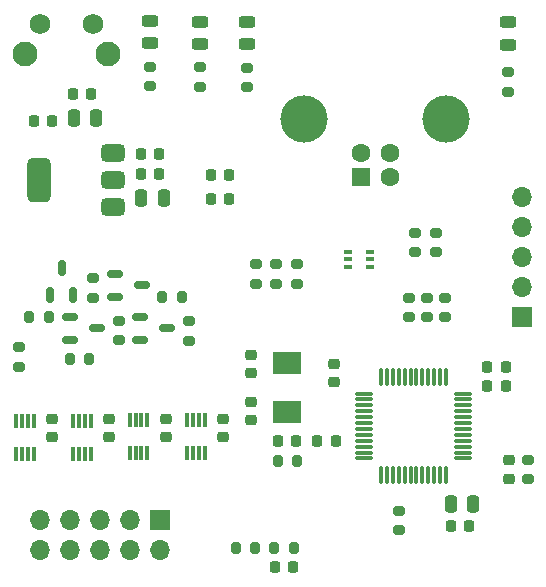
<source format=gbr>
%TF.GenerationSoftware,KiCad,Pcbnew,9.0.4-1.fc42*%
%TF.CreationDate,2025-09-30T21:00:36+03:00*%
%TF.ProjectId,bmp_x6,626d705f-7836-42e6-9b69-6361645f7063,rev?*%
%TF.SameCoordinates,Original*%
%TF.FileFunction,Soldermask,Top*%
%TF.FilePolarity,Negative*%
%FSLAX46Y46*%
G04 Gerber Fmt 4.6, Leading zero omitted, Abs format (unit mm)*
G04 Created by KiCad (PCBNEW 9.0.4-1.fc42) date 2025-09-30 21:00:36*
%MOMM*%
%LPD*%
G01*
G04 APERTURE LIST*
G04 Aperture macros list*
%AMRoundRect*
0 Rectangle with rounded corners*
0 $1 Rounding radius*
0 $2 $3 $4 $5 $6 $7 $8 $9 X,Y pos of 4 corners*
0 Add a 4 corners polygon primitive as box body*
4,1,4,$2,$3,$4,$5,$6,$7,$8,$9,$2,$3,0*
0 Add four circle primitives for the rounded corners*
1,1,$1+$1,$2,$3*
1,1,$1+$1,$4,$5*
1,1,$1+$1,$6,$7*
1,1,$1+$1,$8,$9*
0 Add four rect primitives between the rounded corners*
20,1,$1+$1,$2,$3,$4,$5,0*
20,1,$1+$1,$4,$5,$6,$7,0*
20,1,$1+$1,$6,$7,$8,$9,0*
20,1,$1+$1,$8,$9,$2,$3,0*%
G04 Aperture macros list end*
%ADD10RoundRect,0.225000X-0.225000X-0.250000X0.225000X-0.250000X0.225000X0.250000X-0.225000X0.250000X0*%
%ADD11RoundRect,0.225000X0.225000X0.250000X-0.225000X0.250000X-0.225000X-0.250000X0.225000X-0.250000X0*%
%ADD12RoundRect,0.200000X-0.275000X0.200000X-0.275000X-0.200000X0.275000X-0.200000X0.275000X0.200000X0*%
%ADD13RoundRect,0.200000X0.275000X-0.200000X0.275000X0.200000X-0.275000X0.200000X-0.275000X-0.200000X0*%
%ADD14RoundRect,0.087500X-0.087500X0.537500X-0.087500X-0.537500X0.087500X-0.537500X0.087500X0.537500X0*%
%ADD15R,1.600000X1.600000*%
%ADD16C,1.600000*%
%ADD17C,4.000000*%
%ADD18RoundRect,0.250000X-0.250000X-0.475000X0.250000X-0.475000X0.250000X0.475000X-0.250000X0.475000X0*%
%ADD19RoundRect,0.225000X0.250000X-0.225000X0.250000X0.225000X-0.250000X0.225000X-0.250000X-0.225000X0*%
%ADD20RoundRect,0.243750X-0.456250X0.243750X-0.456250X-0.243750X0.456250X-0.243750X0.456250X0.243750X0*%
%ADD21R,1.700000X1.700000*%
%ADD22O,1.700000X1.700000*%
%ADD23RoundRect,0.218750X0.218750X0.256250X-0.218750X0.256250X-0.218750X-0.256250X0.218750X-0.256250X0*%
%ADD24RoundRect,0.225000X-0.250000X0.225000X-0.250000X-0.225000X0.250000X-0.225000X0.250000X0.225000X0*%
%ADD25RoundRect,0.150000X-0.512500X-0.150000X0.512500X-0.150000X0.512500X0.150000X-0.512500X0.150000X0*%
%ADD26RoundRect,0.200000X-0.200000X-0.275000X0.200000X-0.275000X0.200000X0.275000X-0.200000X0.275000X0*%
%ADD27RoundRect,0.375000X0.625000X0.375000X-0.625000X0.375000X-0.625000X-0.375000X0.625000X-0.375000X0*%
%ADD28RoundRect,0.500000X0.500000X1.400000X-0.500000X1.400000X-0.500000X-1.400000X0.500000X-1.400000X0*%
%ADD29RoundRect,0.100000X0.225000X0.100000X-0.225000X0.100000X-0.225000X-0.100000X0.225000X-0.100000X0*%
%ADD30RoundRect,0.200000X0.200000X0.275000X-0.200000X0.275000X-0.200000X-0.275000X0.200000X-0.275000X0*%
%ADD31RoundRect,0.075000X-0.662500X-0.075000X0.662500X-0.075000X0.662500X0.075000X-0.662500X0.075000X0*%
%ADD32RoundRect,0.075000X-0.075000X-0.662500X0.075000X-0.662500X0.075000X0.662500X-0.075000X0.662500X0*%
%ADD33C,2.100000*%
%ADD34C,1.750000*%
%ADD35R,2.400000X1.900000*%
%ADD36RoundRect,0.150000X0.150000X-0.512500X0.150000X0.512500X-0.150000X0.512500X-0.150000X-0.512500X0*%
G04 APERTURE END LIST*
D10*
%TO.C,C10*%
X68213800Y-51830200D03*
X69763800Y-51830200D03*
%TD*%
D11*
%TO.C,C8*%
X31359000Y-29402000D03*
X29809000Y-29402000D03*
%TD*%
D12*
%TO.C,R12*%
X52072400Y-41556400D03*
X52072400Y-43206400D03*
%TD*%
%TO.C,R4*%
X63883400Y-38877200D03*
X63883400Y-40527200D03*
%TD*%
D13*
%TO.C,R15*%
X39651800Y-26494500D03*
X39651800Y-24844500D03*
%TD*%
D10*
%TO.C,C15*%
X50510000Y-56554600D03*
X52060000Y-56554600D03*
%TD*%
D14*
%TO.C,U6*%
X29814000Y-54796000D03*
X29314000Y-54796000D03*
X28814000Y-54796000D03*
X28314000Y-54796000D03*
X28314000Y-57596000D03*
X28814000Y-57596000D03*
X29314000Y-57596000D03*
X29814000Y-57596000D03*
%TD*%
D13*
%TO.C,R11*%
X60733800Y-64085200D03*
X60733800Y-62435200D03*
%TD*%
D15*
%TO.C,J1*%
X57490000Y-34157500D03*
D16*
X59990000Y-34157500D03*
X59990000Y-32157500D03*
X57490000Y-32157500D03*
D17*
X52740000Y-29297500D03*
X64740000Y-29297500D03*
%TD*%
D18*
%TO.C,C9*%
X65143200Y-61812400D03*
X67043200Y-61812400D03*
%TD*%
D14*
%TO.C,U5*%
X44280000Y-54752400D03*
X43780000Y-54752400D03*
X43280000Y-54752400D03*
X42780000Y-54752400D03*
X42780000Y-57552400D03*
X43280000Y-57552400D03*
X43780000Y-57552400D03*
X44280000Y-57552400D03*
%TD*%
D19*
%TO.C,C17*%
X48250000Y-54775000D03*
X48250000Y-53225000D03*
%TD*%
D20*
%TO.C,D1*%
X69979400Y-21085900D03*
X69979400Y-22960900D03*
%TD*%
D19*
%TO.C,C20*%
X45816000Y-56209000D03*
X45816000Y-54659000D03*
%TD*%
D13*
%TO.C,R16*%
X43868200Y-26522200D03*
X43868200Y-24872200D03*
%TD*%
D21*
%TO.C,J3*%
X40490000Y-63250000D03*
D22*
X40490000Y-65790000D03*
X37950000Y-63250000D03*
X37950000Y-65790000D03*
X35410000Y-63250000D03*
X35410000Y-65790000D03*
X32870000Y-63250000D03*
X32870000Y-65790000D03*
X30330000Y-63250000D03*
X30330000Y-65790000D03*
%TD*%
D23*
%TO.C,FB1*%
X46383000Y-34006000D03*
X44808000Y-34006000D03*
%TD*%
D19*
%TO.C,C19*%
X36164000Y-56209000D03*
X36164000Y-54659000D03*
%TD*%
D24*
%TO.C,C16*%
X48250000Y-49225000D03*
X48250000Y-50775000D03*
%TD*%
D25*
%TO.C,Q3*%
X36680000Y-42400500D03*
X36680000Y-44300500D03*
X38955000Y-43350500D03*
%TD*%
D13*
%TO.C,R2*%
X69979400Y-26937800D03*
X69979400Y-25287800D03*
%TD*%
D14*
%TO.C,U4*%
X34628000Y-54796000D03*
X34128000Y-54796000D03*
X33628000Y-54796000D03*
X33128000Y-54796000D03*
X33128000Y-57596000D03*
X33628000Y-57596000D03*
X34128000Y-57596000D03*
X34628000Y-57596000D03*
%TD*%
D21*
%TO.C,J2*%
X71198600Y-46051800D03*
D22*
X71198600Y-43511800D03*
X71198600Y-40971800D03*
X71198600Y-38431800D03*
X71198600Y-35891800D03*
%TD*%
D26*
%TO.C,R22*%
X32883200Y-49569600D03*
X34533200Y-49569600D03*
%TD*%
D27*
%TO.C,U3*%
X36553400Y-36731200D03*
X36553400Y-34431200D03*
D28*
X30253400Y-34431200D03*
D27*
X36553400Y-32131200D03*
%TD*%
D23*
%TO.C,FB2*%
X46383000Y-36006000D03*
X44808000Y-36006000D03*
%TD*%
D12*
%TO.C,R13*%
X50370600Y-41556400D03*
X50370600Y-43206400D03*
%TD*%
D29*
%TO.C,U8*%
X58300000Y-41800000D03*
X58300000Y-41150000D03*
X58300000Y-40500000D03*
X56400000Y-40500000D03*
X56400000Y-41150000D03*
X56400000Y-41800000D03*
%TD*%
D10*
%TO.C,C12*%
X68213800Y-50230000D03*
X69763800Y-50230000D03*
%TD*%
D12*
%TO.C,R19*%
X34871100Y-42754100D03*
X34871100Y-44404100D03*
%TD*%
D18*
%TO.C,C3*%
X38940900Y-35931200D03*
X40840900Y-35931200D03*
%TD*%
D26*
%TO.C,R21*%
X29423300Y-46042900D03*
X31073300Y-46042900D03*
%TD*%
D12*
%TO.C,R14*%
X48668800Y-41556400D03*
X48668800Y-43206400D03*
%TD*%
D20*
%TO.C,D2*%
X39651800Y-20982000D03*
X39651800Y-22857000D03*
%TD*%
D13*
%TO.C,R17*%
X47902600Y-26560100D03*
X47902600Y-24910100D03*
%TD*%
D19*
%TO.C,C21*%
X40978000Y-56209000D03*
X40978000Y-54659000D03*
%TD*%
D13*
%TO.C,R6*%
X61622800Y-46025800D03*
X61622800Y-44375800D03*
%TD*%
%TO.C,R3*%
X62133400Y-40527200D03*
X62133400Y-38877200D03*
%TD*%
D10*
%TO.C,C13*%
X65140400Y-63742800D03*
X66690400Y-63742800D03*
%TD*%
D20*
%TO.C,D4*%
X47902600Y-21009700D03*
X47902600Y-22884700D03*
%TD*%
D13*
%TO.C,R24*%
X42973700Y-48036300D03*
X42973700Y-46386300D03*
%TD*%
D10*
%TO.C,C7*%
X33111000Y-27181200D03*
X34661000Y-27181200D03*
%TD*%
D30*
%TO.C,R9*%
X48579400Y-65546200D03*
X46929400Y-65546200D03*
%TD*%
D12*
%TO.C,R18*%
X28602800Y-48566800D03*
X28602800Y-50216800D03*
%TD*%
D11*
%TO.C,C11*%
X55387400Y-56529200D03*
X53837400Y-56529200D03*
%TD*%
D13*
%TO.C,R1*%
X71655800Y-59767200D03*
X71655800Y-58117200D03*
%TD*%
D26*
%TO.C,R20*%
X40700900Y-44341100D03*
X42350900Y-44341100D03*
%TD*%
D13*
%TO.C,R5*%
X63146800Y-46025800D03*
X63146800Y-44375800D03*
%TD*%
D24*
%TO.C,C1*%
X70030200Y-58154200D03*
X70030200Y-59704200D03*
%TD*%
D13*
%TO.C,R23*%
X37030100Y-48010900D03*
X37030100Y-46360900D03*
%TD*%
D10*
%TO.C,C5*%
X38903400Y-32181200D03*
X40453400Y-32181200D03*
%TD*%
D20*
%TO.C,D3*%
X43868200Y-21009700D03*
X43868200Y-22884700D03*
%TD*%
D25*
%TO.C,Q1*%
X32870000Y-46044000D03*
X32870000Y-47944000D03*
X35145000Y-46994000D03*
%TD*%
D14*
%TO.C,U7*%
X39442000Y-54767600D03*
X38942000Y-54767600D03*
X38442000Y-54767600D03*
X37942000Y-54767600D03*
X37942000Y-57567600D03*
X38442000Y-57567600D03*
X38942000Y-57567600D03*
X39442000Y-57567600D03*
%TD*%
D19*
%TO.C,C2*%
X31338000Y-56196000D03*
X31338000Y-54646000D03*
%TD*%
D25*
%TO.C,Q4*%
X38839000Y-46044000D03*
X38839000Y-47944000D03*
X41114000Y-46994000D03*
%TD*%
D10*
%TO.C,C18*%
X50230600Y-67222600D03*
X51780600Y-67222600D03*
%TD*%
D30*
%TO.C,R7*%
X52110000Y-58180200D03*
X50460000Y-58180200D03*
%TD*%
D31*
%TO.C,U1*%
X57812500Y-52500000D03*
X57812500Y-53000000D03*
X57812500Y-53500000D03*
X57812500Y-54000000D03*
X57812500Y-54500000D03*
X57812500Y-55000000D03*
X57812500Y-55500000D03*
X57812500Y-56000000D03*
X57812500Y-56500000D03*
X57812500Y-57000000D03*
X57812500Y-57500000D03*
X57812500Y-58000000D03*
D32*
X59225000Y-59412500D03*
X59725000Y-59412500D03*
X60225000Y-59412500D03*
X60725000Y-59412500D03*
X61225000Y-59412500D03*
X61725000Y-59412500D03*
X62225000Y-59412500D03*
X62725000Y-59412500D03*
X63225000Y-59412500D03*
X63725000Y-59412500D03*
X64225000Y-59412500D03*
X64725000Y-59412500D03*
D31*
X66137500Y-58000000D03*
X66137500Y-57500000D03*
X66137500Y-57000000D03*
X66137500Y-56500000D03*
X66137500Y-56000000D03*
X66137500Y-55500000D03*
X66137500Y-55000000D03*
X66137500Y-54500000D03*
X66137500Y-54000000D03*
X66137500Y-53500000D03*
X66137500Y-53000000D03*
X66137500Y-52500000D03*
D32*
X64725000Y-51087500D03*
X64225000Y-51087500D03*
X63725000Y-51087500D03*
X63225000Y-51087500D03*
X62725000Y-51087500D03*
X62225000Y-51087500D03*
X61725000Y-51087500D03*
X61225000Y-51087500D03*
X60725000Y-51087500D03*
X60225000Y-51087500D03*
X59725000Y-51087500D03*
X59225000Y-51087500D03*
%TD*%
D33*
%TO.C,SW1*%
X29116400Y-23740000D03*
X36126400Y-23740000D03*
D34*
X30366400Y-21250000D03*
X34866400Y-21250000D03*
%TD*%
D35*
%TO.C,Y1*%
X51250000Y-54050000D03*
X51250000Y-49950000D03*
%TD*%
D36*
%TO.C,Q2*%
X31228700Y-44157800D03*
X33128700Y-44157800D03*
X32178700Y-41882800D03*
%TD*%
D30*
%TO.C,R10*%
X51842800Y-65548800D03*
X50192800Y-65548800D03*
%TD*%
D19*
%TO.C,C14*%
X55272800Y-51513000D03*
X55272800Y-49963000D03*
%TD*%
D18*
%TO.C,C6*%
X33190000Y-29181200D03*
X35090000Y-29181200D03*
%TD*%
D10*
%TO.C,C4*%
X38903400Y-33931200D03*
X40453400Y-33931200D03*
%TD*%
D13*
%TO.C,R8*%
X64670800Y-46025800D03*
X64670800Y-44375800D03*
%TD*%
M02*

</source>
